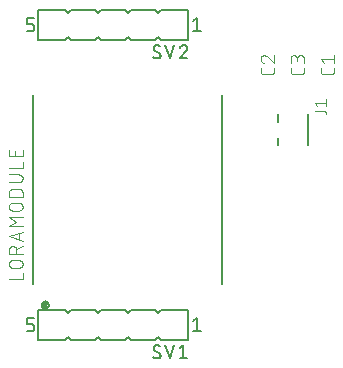
<source format=gbr>
G04 EAGLE Gerber RS-274X export*
G75*
%MOMM*%
%FSLAX34Y34*%
%LPD*%
%INSilkscreen Top*%
%IPPOS*%
%AMOC8*
5,1,8,0,0,1.08239X$1,22.5*%
G01*
%ADD10C,0.127000*%
%ADD11C,0.076200*%
%ADD12C,0.200000*%
%ADD13R,0.392200X0.511500*%
%ADD14C,0.101600*%
%ADD15C,0.152400*%


D10*
X698800Y203500D02*
X698800Y177500D01*
X672800Y197200D02*
X672800Y203500D01*
X672800Y183800D02*
X672800Y177500D01*
D11*
X704210Y206733D02*
X711532Y206733D01*
X711621Y206731D01*
X711709Y206725D01*
X711798Y206716D01*
X711886Y206703D01*
X711973Y206686D01*
X712059Y206665D01*
X712145Y206641D01*
X712229Y206613D01*
X712312Y206582D01*
X712394Y206547D01*
X712474Y206509D01*
X712552Y206467D01*
X712629Y206422D01*
X712703Y206374D01*
X712776Y206323D01*
X712846Y206269D01*
X712914Y206211D01*
X712980Y206151D01*
X713042Y206089D01*
X713102Y206023D01*
X713160Y205955D01*
X713214Y205885D01*
X713265Y205812D01*
X713313Y205738D01*
X713358Y205661D01*
X713400Y205583D01*
X713438Y205503D01*
X713473Y205421D01*
X713504Y205338D01*
X713532Y205254D01*
X713556Y205168D01*
X713577Y205082D01*
X713594Y204995D01*
X713607Y204907D01*
X713616Y204818D01*
X713622Y204730D01*
X713624Y204641D01*
X713624Y203595D01*
X706302Y210931D02*
X704210Y213546D01*
X713624Y213546D01*
X713624Y210931D02*
X713624Y216161D01*
D12*
X466100Y219700D02*
X466100Y59700D01*
X626100Y59700D02*
X626100Y219700D01*
X473185Y42200D02*
X473187Y42308D01*
X473193Y42415D01*
X473203Y42523D01*
X473217Y42629D01*
X473235Y42736D01*
X473256Y42841D01*
X473282Y42946D01*
X473311Y43049D01*
X473345Y43152D01*
X473382Y43253D01*
X473423Y43353D01*
X473467Y43451D01*
X473515Y43547D01*
X473567Y43642D01*
X473622Y43735D01*
X473680Y43825D01*
X473742Y43913D01*
X473807Y43999D01*
X473875Y44083D01*
X473946Y44164D01*
X474020Y44242D01*
X474097Y44318D01*
X474176Y44390D01*
X474259Y44460D01*
X474343Y44526D01*
X474430Y44590D01*
X474520Y44650D01*
X474612Y44706D01*
X474705Y44760D01*
X474801Y44809D01*
X474898Y44856D01*
X474997Y44898D01*
X475097Y44937D01*
X475199Y44972D01*
X475302Y45004D01*
X475406Y45031D01*
X475512Y45055D01*
X475617Y45075D01*
X475724Y45091D01*
X475831Y45103D01*
X475938Y45111D01*
X476046Y45115D01*
X476154Y45115D01*
X476262Y45111D01*
X476369Y45103D01*
X476476Y45091D01*
X476583Y45075D01*
X476688Y45055D01*
X476794Y45031D01*
X476898Y45004D01*
X477001Y44972D01*
X477103Y44937D01*
X477203Y44898D01*
X477302Y44856D01*
X477399Y44809D01*
X477495Y44760D01*
X477588Y44706D01*
X477680Y44650D01*
X477770Y44590D01*
X477857Y44526D01*
X477941Y44460D01*
X478024Y44390D01*
X478103Y44318D01*
X478180Y44242D01*
X478254Y44164D01*
X478325Y44083D01*
X478393Y43999D01*
X478458Y43913D01*
X478520Y43825D01*
X478578Y43735D01*
X478633Y43642D01*
X478685Y43547D01*
X478733Y43451D01*
X478777Y43353D01*
X478818Y43253D01*
X478855Y43152D01*
X478889Y43049D01*
X478918Y42946D01*
X478944Y42841D01*
X478965Y42736D01*
X478983Y42629D01*
X478997Y42523D01*
X479007Y42415D01*
X479013Y42308D01*
X479015Y42200D01*
X479013Y42092D01*
X479007Y41985D01*
X478997Y41877D01*
X478983Y41771D01*
X478965Y41664D01*
X478944Y41559D01*
X478918Y41454D01*
X478889Y41351D01*
X478855Y41248D01*
X478818Y41147D01*
X478777Y41047D01*
X478733Y40949D01*
X478685Y40853D01*
X478633Y40758D01*
X478578Y40665D01*
X478520Y40575D01*
X478458Y40487D01*
X478393Y40401D01*
X478325Y40317D01*
X478254Y40236D01*
X478180Y40158D01*
X478103Y40082D01*
X478024Y40010D01*
X477941Y39940D01*
X477857Y39874D01*
X477770Y39810D01*
X477680Y39750D01*
X477588Y39694D01*
X477495Y39640D01*
X477399Y39591D01*
X477302Y39544D01*
X477203Y39502D01*
X477103Y39463D01*
X477001Y39428D01*
X476898Y39396D01*
X476794Y39369D01*
X476688Y39345D01*
X476583Y39325D01*
X476476Y39309D01*
X476369Y39297D01*
X476262Y39289D01*
X476154Y39285D01*
X476046Y39285D01*
X475938Y39289D01*
X475831Y39297D01*
X475724Y39309D01*
X475617Y39325D01*
X475512Y39345D01*
X475406Y39369D01*
X475302Y39396D01*
X475199Y39428D01*
X475097Y39463D01*
X474997Y39502D01*
X474898Y39544D01*
X474801Y39591D01*
X474705Y39640D01*
X474612Y39694D01*
X474520Y39750D01*
X474430Y39810D01*
X474343Y39874D01*
X474259Y39940D01*
X474176Y40010D01*
X474097Y40082D01*
X474020Y40158D01*
X473946Y40236D01*
X473875Y40317D01*
X473807Y40401D01*
X473742Y40487D01*
X473680Y40575D01*
X473622Y40665D01*
X473567Y40758D01*
X473515Y40853D01*
X473467Y40949D01*
X473423Y41047D01*
X473382Y41147D01*
X473345Y41248D01*
X473311Y41351D01*
X473282Y41454D01*
X473256Y41559D01*
X473235Y41664D01*
X473217Y41771D01*
X473203Y41877D01*
X473193Y41985D01*
X473187Y42092D01*
X473185Y42200D01*
D13*
X476061Y42143D03*
D14*
X456922Y64062D02*
X445214Y64062D01*
X456922Y64062D02*
X456922Y69266D01*
X453670Y73583D02*
X448466Y73583D01*
X448354Y73585D01*
X448242Y73591D01*
X448130Y73600D01*
X448018Y73614D01*
X447907Y73631D01*
X447797Y73653D01*
X447688Y73677D01*
X447579Y73706D01*
X447472Y73739D01*
X447365Y73775D01*
X447261Y73815D01*
X447157Y73858D01*
X447055Y73905D01*
X446955Y73955D01*
X446856Y74009D01*
X446760Y74067D01*
X446665Y74127D01*
X446573Y74191D01*
X446483Y74258D01*
X446395Y74328D01*
X446310Y74401D01*
X446227Y74477D01*
X446147Y74555D01*
X446069Y74637D01*
X445995Y74721D01*
X445923Y74807D01*
X445855Y74896D01*
X445790Y74988D01*
X445727Y75081D01*
X445669Y75177D01*
X445613Y75274D01*
X445561Y75374D01*
X445512Y75475D01*
X445467Y75578D01*
X445425Y75682D01*
X445387Y75787D01*
X445353Y75894D01*
X445322Y76002D01*
X445296Y76111D01*
X445272Y76221D01*
X445253Y76332D01*
X445238Y76443D01*
X445226Y76555D01*
X445218Y76667D01*
X445214Y76779D01*
X445214Y76891D01*
X445218Y77003D01*
X445226Y77115D01*
X445238Y77227D01*
X445253Y77338D01*
X445272Y77449D01*
X445296Y77559D01*
X445322Y77668D01*
X445353Y77776D01*
X445387Y77883D01*
X445425Y77988D01*
X445467Y78092D01*
X445512Y78195D01*
X445561Y78296D01*
X445613Y78396D01*
X445669Y78493D01*
X445727Y78589D01*
X445790Y78682D01*
X445855Y78774D01*
X445923Y78863D01*
X445995Y78949D01*
X446069Y79033D01*
X446147Y79115D01*
X446227Y79193D01*
X446310Y79269D01*
X446395Y79342D01*
X446483Y79412D01*
X446573Y79479D01*
X446665Y79543D01*
X446760Y79603D01*
X446856Y79661D01*
X446955Y79715D01*
X447055Y79765D01*
X447157Y79812D01*
X447261Y79855D01*
X447365Y79895D01*
X447472Y79931D01*
X447579Y79964D01*
X447688Y79993D01*
X447797Y80017D01*
X447907Y80039D01*
X448018Y80056D01*
X448130Y80070D01*
X448242Y80079D01*
X448354Y80085D01*
X448466Y80087D01*
X448466Y80088D02*
X453670Y80088D01*
X453670Y80087D02*
X453782Y80085D01*
X453894Y80079D01*
X454006Y80070D01*
X454118Y80056D01*
X454229Y80039D01*
X454339Y80017D01*
X454448Y79993D01*
X454557Y79964D01*
X454664Y79931D01*
X454771Y79895D01*
X454875Y79855D01*
X454979Y79812D01*
X455081Y79765D01*
X455181Y79715D01*
X455280Y79661D01*
X455376Y79603D01*
X455471Y79543D01*
X455563Y79479D01*
X455653Y79412D01*
X455741Y79342D01*
X455826Y79269D01*
X455909Y79193D01*
X455989Y79115D01*
X456067Y79033D01*
X456141Y78949D01*
X456213Y78863D01*
X456281Y78774D01*
X456346Y78682D01*
X456409Y78589D01*
X456467Y78493D01*
X456523Y78396D01*
X456575Y78296D01*
X456624Y78195D01*
X456669Y78092D01*
X456711Y77988D01*
X456749Y77883D01*
X456783Y77776D01*
X456814Y77668D01*
X456840Y77559D01*
X456864Y77449D01*
X456883Y77338D01*
X456898Y77227D01*
X456910Y77115D01*
X456918Y77003D01*
X456922Y76891D01*
X456922Y76779D01*
X456918Y76667D01*
X456910Y76555D01*
X456898Y76443D01*
X456883Y76332D01*
X456864Y76221D01*
X456840Y76111D01*
X456814Y76002D01*
X456783Y75894D01*
X456749Y75787D01*
X456711Y75682D01*
X456669Y75578D01*
X456624Y75475D01*
X456575Y75374D01*
X456523Y75274D01*
X456467Y75177D01*
X456409Y75081D01*
X456346Y74988D01*
X456281Y74896D01*
X456213Y74807D01*
X456141Y74721D01*
X456067Y74637D01*
X455989Y74555D01*
X455909Y74477D01*
X455826Y74401D01*
X455741Y74328D01*
X455653Y74258D01*
X455563Y74191D01*
X455471Y74127D01*
X455376Y74067D01*
X455280Y74009D01*
X455181Y73955D01*
X455081Y73905D01*
X454979Y73858D01*
X454875Y73815D01*
X454771Y73775D01*
X454664Y73739D01*
X454557Y73706D01*
X454448Y73677D01*
X454339Y73653D01*
X454229Y73631D01*
X454118Y73614D01*
X454006Y73600D01*
X453894Y73591D01*
X453782Y73585D01*
X453670Y73583D01*
X456922Y85490D02*
X445214Y85490D01*
X445214Y88742D01*
X445216Y88854D01*
X445222Y88966D01*
X445231Y89078D01*
X445245Y89190D01*
X445262Y89301D01*
X445284Y89411D01*
X445308Y89520D01*
X445337Y89629D01*
X445370Y89736D01*
X445406Y89843D01*
X445446Y89947D01*
X445489Y90051D01*
X445536Y90153D01*
X445586Y90253D01*
X445640Y90352D01*
X445698Y90448D01*
X445758Y90543D01*
X445822Y90635D01*
X445889Y90725D01*
X445959Y90813D01*
X446032Y90898D01*
X446108Y90981D01*
X446186Y91061D01*
X446268Y91139D01*
X446352Y91213D01*
X446438Y91285D01*
X446527Y91353D01*
X446619Y91418D01*
X446712Y91481D01*
X446808Y91539D01*
X446905Y91595D01*
X447005Y91647D01*
X447106Y91696D01*
X447209Y91741D01*
X447313Y91783D01*
X447418Y91821D01*
X447525Y91855D01*
X447633Y91886D01*
X447742Y91912D01*
X447852Y91936D01*
X447963Y91955D01*
X448074Y91970D01*
X448186Y91982D01*
X448298Y91990D01*
X448410Y91994D01*
X448522Y91994D01*
X448634Y91990D01*
X448746Y91982D01*
X448858Y91970D01*
X448969Y91955D01*
X449080Y91936D01*
X449190Y91912D01*
X449299Y91886D01*
X449407Y91855D01*
X449514Y91821D01*
X449619Y91783D01*
X449723Y91741D01*
X449826Y91696D01*
X449927Y91647D01*
X450027Y91595D01*
X450124Y91539D01*
X450220Y91481D01*
X450313Y91418D01*
X450405Y91353D01*
X450494Y91285D01*
X450580Y91213D01*
X450664Y91139D01*
X450746Y91061D01*
X450824Y90981D01*
X450900Y90898D01*
X450973Y90813D01*
X451043Y90725D01*
X451110Y90635D01*
X451174Y90543D01*
X451234Y90448D01*
X451292Y90352D01*
X451346Y90253D01*
X451396Y90153D01*
X451443Y90051D01*
X451486Y89947D01*
X451526Y89843D01*
X451562Y89736D01*
X451595Y89629D01*
X451624Y89520D01*
X451648Y89411D01*
X451670Y89301D01*
X451687Y89190D01*
X451701Y89078D01*
X451710Y88966D01*
X451716Y88854D01*
X451718Y88742D01*
X451719Y88742D02*
X451719Y85490D01*
X451719Y89393D02*
X456922Y91995D01*
X456922Y96218D02*
X445214Y100121D01*
X456922Y104023D01*
X453995Y103048D02*
X453995Y97194D01*
X456922Y108815D02*
X445214Y108815D01*
X451719Y112718D01*
X445214Y116620D01*
X456922Y116620D01*
X453670Y122062D02*
X448466Y122062D01*
X448466Y122063D02*
X448354Y122065D01*
X448242Y122071D01*
X448130Y122080D01*
X448018Y122094D01*
X447907Y122111D01*
X447797Y122133D01*
X447688Y122157D01*
X447579Y122186D01*
X447472Y122219D01*
X447365Y122255D01*
X447261Y122295D01*
X447157Y122338D01*
X447055Y122385D01*
X446955Y122435D01*
X446856Y122489D01*
X446760Y122547D01*
X446665Y122607D01*
X446573Y122671D01*
X446483Y122738D01*
X446395Y122808D01*
X446310Y122881D01*
X446227Y122957D01*
X446147Y123035D01*
X446069Y123117D01*
X445995Y123201D01*
X445923Y123287D01*
X445855Y123376D01*
X445790Y123468D01*
X445727Y123561D01*
X445669Y123657D01*
X445613Y123754D01*
X445561Y123854D01*
X445512Y123955D01*
X445467Y124058D01*
X445425Y124162D01*
X445387Y124267D01*
X445353Y124374D01*
X445322Y124482D01*
X445296Y124591D01*
X445272Y124701D01*
X445253Y124812D01*
X445238Y124923D01*
X445226Y125035D01*
X445218Y125147D01*
X445214Y125259D01*
X445214Y125371D01*
X445218Y125483D01*
X445226Y125595D01*
X445238Y125707D01*
X445253Y125818D01*
X445272Y125929D01*
X445296Y126039D01*
X445322Y126148D01*
X445353Y126256D01*
X445387Y126363D01*
X445425Y126468D01*
X445467Y126572D01*
X445512Y126675D01*
X445561Y126776D01*
X445613Y126876D01*
X445669Y126973D01*
X445727Y127069D01*
X445790Y127162D01*
X445855Y127254D01*
X445923Y127343D01*
X445995Y127429D01*
X446069Y127513D01*
X446147Y127595D01*
X446227Y127673D01*
X446310Y127749D01*
X446395Y127822D01*
X446483Y127892D01*
X446573Y127959D01*
X446665Y128023D01*
X446760Y128083D01*
X446856Y128141D01*
X446955Y128195D01*
X447055Y128245D01*
X447157Y128292D01*
X447261Y128335D01*
X447365Y128375D01*
X447472Y128411D01*
X447579Y128444D01*
X447688Y128473D01*
X447797Y128497D01*
X447907Y128519D01*
X448018Y128536D01*
X448130Y128550D01*
X448242Y128559D01*
X448354Y128565D01*
X448466Y128567D01*
X453670Y128567D01*
X453782Y128565D01*
X453894Y128559D01*
X454006Y128550D01*
X454118Y128536D01*
X454229Y128519D01*
X454339Y128497D01*
X454448Y128473D01*
X454557Y128444D01*
X454664Y128411D01*
X454771Y128375D01*
X454875Y128335D01*
X454979Y128292D01*
X455081Y128245D01*
X455181Y128195D01*
X455280Y128141D01*
X455376Y128083D01*
X455471Y128023D01*
X455563Y127959D01*
X455653Y127892D01*
X455741Y127822D01*
X455826Y127749D01*
X455909Y127673D01*
X455989Y127595D01*
X456067Y127513D01*
X456141Y127429D01*
X456213Y127343D01*
X456281Y127254D01*
X456346Y127162D01*
X456409Y127069D01*
X456467Y126973D01*
X456523Y126876D01*
X456575Y126776D01*
X456624Y126675D01*
X456669Y126572D01*
X456711Y126468D01*
X456749Y126363D01*
X456783Y126256D01*
X456814Y126148D01*
X456840Y126039D01*
X456864Y125929D01*
X456883Y125818D01*
X456898Y125707D01*
X456910Y125595D01*
X456918Y125483D01*
X456922Y125371D01*
X456922Y125259D01*
X456918Y125147D01*
X456910Y125035D01*
X456898Y124923D01*
X456883Y124812D01*
X456864Y124701D01*
X456840Y124591D01*
X456814Y124482D01*
X456783Y124374D01*
X456749Y124267D01*
X456711Y124162D01*
X456669Y124058D01*
X456624Y123955D01*
X456575Y123854D01*
X456523Y123754D01*
X456467Y123657D01*
X456409Y123561D01*
X456346Y123468D01*
X456281Y123376D01*
X456213Y123287D01*
X456141Y123201D01*
X456067Y123117D01*
X455989Y123035D01*
X455909Y122957D01*
X455826Y122881D01*
X455741Y122808D01*
X455653Y122738D01*
X455563Y122671D01*
X455471Y122607D01*
X455376Y122547D01*
X455280Y122489D01*
X455181Y122435D01*
X455081Y122385D01*
X454979Y122338D01*
X454875Y122295D01*
X454771Y122255D01*
X454664Y122219D01*
X454557Y122186D01*
X454448Y122157D01*
X454339Y122133D01*
X454229Y122111D01*
X454118Y122094D01*
X454006Y122080D01*
X453894Y122071D01*
X453782Y122065D01*
X453670Y122063D01*
X456922Y133896D02*
X445214Y133896D01*
X445214Y137148D01*
X445216Y137259D01*
X445222Y137370D01*
X445231Y137481D01*
X445244Y137591D01*
X445261Y137701D01*
X445282Y137810D01*
X445306Y137918D01*
X445335Y138025D01*
X445366Y138132D01*
X445402Y138237D01*
X445441Y138341D01*
X445483Y138444D01*
X445529Y138545D01*
X445579Y138644D01*
X445631Y138742D01*
X445687Y138838D01*
X445747Y138932D01*
X445809Y139023D01*
X445875Y139113D01*
X445943Y139200D01*
X446015Y139285D01*
X446089Y139368D01*
X446166Y139448D01*
X446246Y139525D01*
X446329Y139599D01*
X446414Y139671D01*
X446501Y139739D01*
X446591Y139805D01*
X446682Y139867D01*
X446776Y139927D01*
X446872Y139983D01*
X446970Y140035D01*
X447069Y140085D01*
X447170Y140131D01*
X447273Y140173D01*
X447377Y140212D01*
X447482Y140248D01*
X447589Y140279D01*
X447696Y140308D01*
X447804Y140332D01*
X447913Y140353D01*
X448023Y140370D01*
X448133Y140383D01*
X448244Y140392D01*
X448355Y140398D01*
X448466Y140400D01*
X448466Y140401D02*
X453670Y140401D01*
X453670Y140400D02*
X453781Y140398D01*
X453892Y140392D01*
X454003Y140383D01*
X454113Y140370D01*
X454223Y140353D01*
X454332Y140332D01*
X454440Y140308D01*
X454547Y140279D01*
X454654Y140248D01*
X454759Y140212D01*
X454863Y140173D01*
X454966Y140131D01*
X455067Y140085D01*
X455166Y140035D01*
X455264Y139983D01*
X455360Y139927D01*
X455454Y139867D01*
X455545Y139805D01*
X455635Y139739D01*
X455722Y139671D01*
X455807Y139599D01*
X455890Y139525D01*
X455970Y139448D01*
X456047Y139368D01*
X456121Y139285D01*
X456193Y139200D01*
X456261Y139113D01*
X456327Y139023D01*
X456389Y138932D01*
X456449Y138838D01*
X456505Y138742D01*
X456557Y138644D01*
X456607Y138545D01*
X456653Y138444D01*
X456695Y138341D01*
X456734Y138237D01*
X456770Y138132D01*
X456801Y138025D01*
X456830Y137918D01*
X456854Y137810D01*
X456875Y137701D01*
X456892Y137591D01*
X456905Y137481D01*
X456914Y137370D01*
X456920Y137259D01*
X456922Y137148D01*
X456922Y133896D01*
X453670Y146111D02*
X445214Y146111D01*
X453670Y146112D02*
X453782Y146114D01*
X453894Y146120D01*
X454006Y146129D01*
X454118Y146143D01*
X454229Y146160D01*
X454339Y146182D01*
X454448Y146206D01*
X454557Y146235D01*
X454664Y146268D01*
X454771Y146304D01*
X454875Y146344D01*
X454979Y146387D01*
X455081Y146434D01*
X455181Y146484D01*
X455280Y146538D01*
X455376Y146596D01*
X455471Y146656D01*
X455563Y146720D01*
X455653Y146787D01*
X455741Y146857D01*
X455826Y146930D01*
X455909Y147006D01*
X455989Y147084D01*
X456067Y147166D01*
X456141Y147250D01*
X456213Y147336D01*
X456281Y147425D01*
X456346Y147517D01*
X456409Y147610D01*
X456467Y147706D01*
X456523Y147803D01*
X456575Y147903D01*
X456624Y148004D01*
X456669Y148107D01*
X456711Y148211D01*
X456749Y148316D01*
X456783Y148423D01*
X456814Y148531D01*
X456840Y148640D01*
X456864Y148750D01*
X456883Y148861D01*
X456898Y148972D01*
X456910Y149084D01*
X456918Y149196D01*
X456922Y149308D01*
X456922Y149420D01*
X456918Y149532D01*
X456910Y149644D01*
X456898Y149756D01*
X456883Y149867D01*
X456864Y149978D01*
X456840Y150088D01*
X456814Y150197D01*
X456783Y150305D01*
X456749Y150412D01*
X456711Y150517D01*
X456669Y150621D01*
X456624Y150724D01*
X456575Y150825D01*
X456523Y150925D01*
X456467Y151022D01*
X456409Y151118D01*
X456346Y151211D01*
X456281Y151303D01*
X456213Y151392D01*
X456141Y151478D01*
X456067Y151562D01*
X455989Y151644D01*
X455909Y151722D01*
X455826Y151798D01*
X455741Y151871D01*
X455653Y151941D01*
X455563Y152008D01*
X455471Y152072D01*
X455376Y152132D01*
X455280Y152190D01*
X455181Y152244D01*
X455081Y152294D01*
X454979Y152341D01*
X454875Y152384D01*
X454771Y152424D01*
X454664Y152460D01*
X454557Y152493D01*
X454448Y152522D01*
X454339Y152546D01*
X454229Y152568D01*
X454118Y152585D01*
X454006Y152599D01*
X453894Y152608D01*
X453782Y152614D01*
X453670Y152616D01*
X445214Y152616D01*
X445214Y158349D02*
X456922Y158349D01*
X456922Y163553D01*
X456922Y168274D02*
X456922Y173478D01*
X456922Y168274D02*
X445214Y168274D01*
X445214Y173478D01*
X450418Y172177D02*
X450418Y168274D01*
D15*
X596900Y38100D02*
X596900Y12700D01*
X596900Y38100D02*
X574040Y38100D01*
X571500Y35560D01*
X568960Y38100D01*
X548640Y38100D01*
X546100Y35560D01*
X543560Y38100D01*
X523240Y38100D01*
X520700Y35560D01*
X518160Y38100D01*
X497840Y38100D01*
X495300Y35560D01*
X492760Y38100D01*
X469900Y38100D01*
X469900Y12700D01*
X492760Y12700D01*
X495300Y15240D01*
X497840Y12700D01*
X518160Y12700D01*
X520700Y15240D01*
X523240Y12700D01*
X543560Y12700D01*
X546100Y15240D01*
X548640Y12700D01*
X568960Y12700D01*
X571500Y15240D01*
X574040Y12700D01*
X596900Y12700D01*
D10*
X601345Y28575D02*
X604520Y31115D01*
X604520Y19685D01*
X601345Y19685D02*
X607695Y19685D01*
X464185Y19685D02*
X460375Y19685D01*
X464185Y19685D02*
X464285Y19687D01*
X464384Y19693D01*
X464484Y19703D01*
X464582Y19716D01*
X464681Y19734D01*
X464778Y19755D01*
X464874Y19780D01*
X464970Y19809D01*
X465064Y19842D01*
X465157Y19878D01*
X465248Y19918D01*
X465338Y19962D01*
X465426Y20009D01*
X465512Y20059D01*
X465596Y20113D01*
X465678Y20170D01*
X465757Y20230D01*
X465835Y20294D01*
X465909Y20360D01*
X465981Y20429D01*
X466050Y20501D01*
X466116Y20575D01*
X466180Y20653D01*
X466240Y20732D01*
X466297Y20814D01*
X466351Y20898D01*
X466401Y20984D01*
X466448Y21072D01*
X466492Y21162D01*
X466532Y21253D01*
X466568Y21346D01*
X466601Y21440D01*
X466630Y21536D01*
X466655Y21632D01*
X466676Y21729D01*
X466694Y21828D01*
X466707Y21926D01*
X466717Y22026D01*
X466723Y22125D01*
X466725Y22225D01*
X466725Y23495D01*
X466723Y23595D01*
X466717Y23694D01*
X466707Y23794D01*
X466694Y23892D01*
X466676Y23991D01*
X466655Y24088D01*
X466630Y24184D01*
X466601Y24280D01*
X466568Y24374D01*
X466532Y24467D01*
X466492Y24558D01*
X466448Y24648D01*
X466401Y24736D01*
X466351Y24822D01*
X466297Y24906D01*
X466240Y24988D01*
X466180Y25067D01*
X466116Y25145D01*
X466050Y25219D01*
X465981Y25291D01*
X465909Y25360D01*
X465835Y25426D01*
X465757Y25490D01*
X465678Y25550D01*
X465596Y25607D01*
X465512Y25661D01*
X465426Y25711D01*
X465338Y25758D01*
X465248Y25802D01*
X465157Y25842D01*
X465064Y25878D01*
X464970Y25911D01*
X464874Y25940D01*
X464778Y25965D01*
X464681Y25986D01*
X464582Y26004D01*
X464484Y26017D01*
X464384Y26027D01*
X464285Y26033D01*
X464185Y26035D01*
X460375Y26035D01*
X460375Y31115D01*
X466725Y31115D01*
X571246Y-3175D02*
X571346Y-3173D01*
X571445Y-3167D01*
X571545Y-3157D01*
X571643Y-3144D01*
X571742Y-3126D01*
X571839Y-3105D01*
X571935Y-3080D01*
X572031Y-3051D01*
X572125Y-3018D01*
X572218Y-2982D01*
X572309Y-2942D01*
X572399Y-2898D01*
X572487Y-2851D01*
X572573Y-2801D01*
X572657Y-2747D01*
X572739Y-2690D01*
X572818Y-2630D01*
X572896Y-2566D01*
X572970Y-2500D01*
X573042Y-2431D01*
X573111Y-2359D01*
X573177Y-2285D01*
X573241Y-2207D01*
X573301Y-2128D01*
X573358Y-2046D01*
X573412Y-1962D01*
X573462Y-1876D01*
X573509Y-1788D01*
X573553Y-1698D01*
X573593Y-1607D01*
X573629Y-1514D01*
X573662Y-1420D01*
X573691Y-1324D01*
X573716Y-1228D01*
X573737Y-1131D01*
X573755Y-1032D01*
X573768Y-934D01*
X573778Y-834D01*
X573784Y-735D01*
X573786Y-635D01*
X571246Y-3175D02*
X571105Y-3173D01*
X570964Y-3168D01*
X570823Y-3158D01*
X570682Y-3145D01*
X570542Y-3129D01*
X570402Y-3108D01*
X570263Y-3084D01*
X570124Y-3056D01*
X569987Y-3025D01*
X569850Y-2990D01*
X569714Y-2952D01*
X569579Y-2910D01*
X569446Y-2864D01*
X569313Y-2815D01*
X569182Y-2762D01*
X569053Y-2706D01*
X568924Y-2647D01*
X568798Y-2584D01*
X568673Y-2518D01*
X568550Y-2449D01*
X568429Y-2376D01*
X568310Y-2300D01*
X568192Y-2221D01*
X568077Y-2140D01*
X567965Y-2055D01*
X567854Y-1967D01*
X567746Y-1876D01*
X567640Y-1783D01*
X567537Y-1686D01*
X567436Y-1587D01*
X567754Y5715D02*
X567756Y5815D01*
X567762Y5914D01*
X567772Y6014D01*
X567785Y6112D01*
X567803Y6211D01*
X567824Y6308D01*
X567849Y6404D01*
X567878Y6500D01*
X567911Y6594D01*
X567947Y6687D01*
X567987Y6778D01*
X568031Y6868D01*
X568078Y6956D01*
X568128Y7042D01*
X568182Y7126D01*
X568239Y7208D01*
X568299Y7287D01*
X568363Y7365D01*
X568429Y7439D01*
X568498Y7511D01*
X568570Y7580D01*
X568644Y7646D01*
X568722Y7710D01*
X568801Y7770D01*
X568883Y7827D01*
X568967Y7881D01*
X569053Y7931D01*
X569141Y7978D01*
X569231Y8022D01*
X569322Y8062D01*
X569415Y8098D01*
X569509Y8131D01*
X569605Y8160D01*
X569701Y8185D01*
X569798Y8206D01*
X569897Y8224D01*
X569995Y8237D01*
X570095Y8247D01*
X570194Y8253D01*
X570294Y8255D01*
X570294Y8256D02*
X570427Y8254D01*
X570560Y8249D01*
X570693Y8239D01*
X570826Y8226D01*
X570958Y8209D01*
X571090Y8189D01*
X571221Y8165D01*
X571351Y8137D01*
X571481Y8106D01*
X571609Y8071D01*
X571737Y8032D01*
X571863Y7990D01*
X571988Y7944D01*
X572112Y7895D01*
X572235Y7843D01*
X572356Y7787D01*
X572475Y7727D01*
X572593Y7665D01*
X572708Y7599D01*
X572822Y7530D01*
X572934Y7457D01*
X573044Y7382D01*
X573152Y7303D01*
X569023Y3492D02*
X568939Y3544D01*
X568856Y3599D01*
X568776Y3658D01*
X568698Y3719D01*
X568623Y3783D01*
X568550Y3851D01*
X568479Y3921D01*
X568412Y3993D01*
X568347Y4068D01*
X568285Y4146D01*
X568226Y4226D01*
X568170Y4308D01*
X568118Y4392D01*
X568069Y4478D01*
X568023Y4566D01*
X567980Y4656D01*
X567941Y4747D01*
X567906Y4840D01*
X567874Y4934D01*
X567846Y5029D01*
X567821Y5125D01*
X567801Y5222D01*
X567783Y5320D01*
X567770Y5418D01*
X567761Y5517D01*
X567755Y5616D01*
X567753Y5715D01*
X572516Y1588D02*
X572600Y1536D01*
X572683Y1481D01*
X572763Y1422D01*
X572841Y1361D01*
X572916Y1297D01*
X572989Y1229D01*
X573060Y1159D01*
X573127Y1087D01*
X573192Y1012D01*
X573254Y934D01*
X573313Y854D01*
X573369Y772D01*
X573421Y688D01*
X573470Y602D01*
X573516Y514D01*
X573559Y424D01*
X573598Y333D01*
X573633Y240D01*
X573665Y146D01*
X573693Y51D01*
X573718Y-45D01*
X573738Y-142D01*
X573756Y-240D01*
X573769Y-338D01*
X573778Y-437D01*
X573784Y-536D01*
X573786Y-635D01*
X572516Y1588D02*
X569024Y3493D01*
X577850Y8255D02*
X581660Y-3175D01*
X585470Y8255D01*
X589915Y5715D02*
X593090Y8255D01*
X593090Y-3175D01*
X589915Y-3175D02*
X596265Y-3175D01*
D15*
X596900Y266700D02*
X596900Y292100D01*
X574040Y292100D01*
X571500Y289560D01*
X568960Y292100D01*
X548640Y292100D01*
X546100Y289560D01*
X543560Y292100D01*
X523240Y292100D01*
X520700Y289560D01*
X518160Y292100D01*
X497840Y292100D01*
X495300Y289560D01*
X492760Y292100D01*
X469900Y292100D01*
X469900Y266700D01*
X492760Y266700D01*
X495300Y269240D01*
X497840Y266700D01*
X518160Y266700D01*
X520700Y269240D01*
X523240Y266700D01*
X543560Y266700D01*
X546100Y269240D01*
X548640Y266700D01*
X568960Y266700D01*
X571500Y269240D01*
X574040Y266700D01*
X596900Y266700D01*
D10*
X601345Y282575D02*
X604520Y285115D01*
X604520Y273685D01*
X601345Y273685D02*
X607695Y273685D01*
X464185Y273685D02*
X460375Y273685D01*
X464185Y273685D02*
X464285Y273687D01*
X464384Y273693D01*
X464484Y273703D01*
X464582Y273716D01*
X464681Y273734D01*
X464778Y273755D01*
X464874Y273780D01*
X464970Y273809D01*
X465064Y273842D01*
X465157Y273878D01*
X465248Y273918D01*
X465338Y273962D01*
X465426Y274009D01*
X465512Y274059D01*
X465596Y274113D01*
X465678Y274170D01*
X465757Y274230D01*
X465835Y274294D01*
X465909Y274360D01*
X465981Y274429D01*
X466050Y274501D01*
X466116Y274575D01*
X466180Y274653D01*
X466240Y274732D01*
X466297Y274814D01*
X466351Y274898D01*
X466401Y274984D01*
X466448Y275072D01*
X466492Y275162D01*
X466532Y275253D01*
X466568Y275346D01*
X466601Y275440D01*
X466630Y275536D01*
X466655Y275632D01*
X466676Y275729D01*
X466694Y275828D01*
X466707Y275926D01*
X466717Y276026D01*
X466723Y276125D01*
X466725Y276225D01*
X466725Y277495D01*
X466723Y277595D01*
X466717Y277694D01*
X466707Y277794D01*
X466694Y277892D01*
X466676Y277991D01*
X466655Y278088D01*
X466630Y278184D01*
X466601Y278280D01*
X466568Y278374D01*
X466532Y278467D01*
X466492Y278558D01*
X466448Y278648D01*
X466401Y278736D01*
X466351Y278822D01*
X466297Y278906D01*
X466240Y278988D01*
X466180Y279067D01*
X466116Y279145D01*
X466050Y279219D01*
X465981Y279291D01*
X465909Y279360D01*
X465835Y279426D01*
X465757Y279490D01*
X465678Y279550D01*
X465596Y279607D01*
X465512Y279661D01*
X465426Y279711D01*
X465338Y279758D01*
X465248Y279802D01*
X465157Y279842D01*
X465064Y279878D01*
X464970Y279911D01*
X464874Y279940D01*
X464778Y279965D01*
X464681Y279986D01*
X464582Y280004D01*
X464484Y280017D01*
X464384Y280027D01*
X464285Y280033D01*
X464185Y280035D01*
X460375Y280035D01*
X460375Y285115D01*
X466725Y285115D01*
X571246Y250825D02*
X571346Y250827D01*
X571445Y250833D01*
X571545Y250843D01*
X571643Y250856D01*
X571742Y250874D01*
X571839Y250895D01*
X571935Y250920D01*
X572031Y250949D01*
X572125Y250982D01*
X572218Y251018D01*
X572309Y251058D01*
X572399Y251102D01*
X572487Y251149D01*
X572573Y251199D01*
X572657Y251253D01*
X572739Y251310D01*
X572818Y251370D01*
X572896Y251434D01*
X572970Y251500D01*
X573042Y251569D01*
X573111Y251641D01*
X573177Y251715D01*
X573241Y251793D01*
X573301Y251872D01*
X573358Y251954D01*
X573412Y252038D01*
X573462Y252124D01*
X573509Y252212D01*
X573553Y252302D01*
X573593Y252393D01*
X573629Y252486D01*
X573662Y252580D01*
X573691Y252676D01*
X573716Y252772D01*
X573737Y252869D01*
X573755Y252968D01*
X573768Y253066D01*
X573778Y253166D01*
X573784Y253265D01*
X573786Y253365D01*
X571246Y250825D02*
X571105Y250827D01*
X570964Y250832D01*
X570823Y250842D01*
X570682Y250855D01*
X570542Y250871D01*
X570402Y250892D01*
X570263Y250916D01*
X570124Y250944D01*
X569987Y250975D01*
X569850Y251010D01*
X569714Y251048D01*
X569579Y251090D01*
X569446Y251136D01*
X569313Y251185D01*
X569182Y251238D01*
X569053Y251294D01*
X568924Y251353D01*
X568798Y251416D01*
X568673Y251482D01*
X568550Y251551D01*
X568429Y251624D01*
X568310Y251700D01*
X568192Y251779D01*
X568077Y251860D01*
X567965Y251945D01*
X567854Y252033D01*
X567746Y252124D01*
X567640Y252217D01*
X567537Y252314D01*
X567436Y252413D01*
X567754Y259715D02*
X567756Y259815D01*
X567762Y259914D01*
X567772Y260014D01*
X567785Y260112D01*
X567803Y260211D01*
X567824Y260308D01*
X567849Y260404D01*
X567878Y260500D01*
X567911Y260594D01*
X567947Y260687D01*
X567987Y260778D01*
X568031Y260868D01*
X568078Y260956D01*
X568128Y261042D01*
X568182Y261126D01*
X568239Y261208D01*
X568299Y261287D01*
X568363Y261365D01*
X568429Y261439D01*
X568498Y261511D01*
X568570Y261580D01*
X568644Y261646D01*
X568722Y261710D01*
X568801Y261770D01*
X568883Y261827D01*
X568967Y261881D01*
X569053Y261931D01*
X569141Y261978D01*
X569231Y262022D01*
X569322Y262062D01*
X569415Y262098D01*
X569509Y262131D01*
X569605Y262160D01*
X569701Y262185D01*
X569798Y262206D01*
X569897Y262224D01*
X569995Y262237D01*
X570095Y262247D01*
X570194Y262253D01*
X570294Y262255D01*
X570294Y262256D02*
X570427Y262254D01*
X570560Y262249D01*
X570693Y262239D01*
X570826Y262226D01*
X570958Y262209D01*
X571090Y262189D01*
X571221Y262165D01*
X571351Y262137D01*
X571481Y262106D01*
X571609Y262071D01*
X571737Y262032D01*
X571863Y261990D01*
X571988Y261944D01*
X572112Y261895D01*
X572235Y261843D01*
X572356Y261787D01*
X572475Y261727D01*
X572593Y261665D01*
X572708Y261599D01*
X572822Y261530D01*
X572934Y261457D01*
X573044Y261382D01*
X573152Y261303D01*
X569023Y257492D02*
X568939Y257544D01*
X568856Y257599D01*
X568776Y257658D01*
X568698Y257719D01*
X568623Y257783D01*
X568550Y257851D01*
X568479Y257921D01*
X568412Y257993D01*
X568347Y258068D01*
X568285Y258146D01*
X568226Y258226D01*
X568170Y258308D01*
X568118Y258392D01*
X568069Y258478D01*
X568023Y258566D01*
X567980Y258656D01*
X567941Y258747D01*
X567906Y258840D01*
X567874Y258934D01*
X567846Y259029D01*
X567821Y259125D01*
X567801Y259222D01*
X567783Y259320D01*
X567770Y259418D01*
X567761Y259517D01*
X567755Y259616D01*
X567753Y259715D01*
X572516Y255588D02*
X572600Y255536D01*
X572683Y255481D01*
X572763Y255422D01*
X572841Y255361D01*
X572916Y255297D01*
X572989Y255229D01*
X573060Y255159D01*
X573127Y255087D01*
X573192Y255012D01*
X573254Y254934D01*
X573313Y254854D01*
X573369Y254772D01*
X573421Y254688D01*
X573470Y254602D01*
X573516Y254514D01*
X573559Y254424D01*
X573598Y254333D01*
X573633Y254240D01*
X573665Y254146D01*
X573693Y254051D01*
X573718Y253955D01*
X573738Y253858D01*
X573756Y253760D01*
X573769Y253662D01*
X573778Y253563D01*
X573784Y253464D01*
X573786Y253365D01*
X572516Y255588D02*
X569024Y257493D01*
X577850Y262255D02*
X581660Y250825D01*
X585470Y262255D01*
X593408Y262256D02*
X593512Y262254D01*
X593617Y262248D01*
X593721Y262239D01*
X593824Y262226D01*
X593927Y262208D01*
X594029Y262188D01*
X594131Y262163D01*
X594231Y262135D01*
X594331Y262103D01*
X594429Y262067D01*
X594526Y262028D01*
X594621Y261986D01*
X594715Y261940D01*
X594807Y261890D01*
X594897Y261838D01*
X594985Y261782D01*
X595071Y261722D01*
X595155Y261660D01*
X595236Y261595D01*
X595315Y261527D01*
X595392Y261455D01*
X595465Y261382D01*
X595537Y261305D01*
X595605Y261226D01*
X595670Y261145D01*
X595732Y261061D01*
X595792Y260975D01*
X595848Y260887D01*
X595900Y260797D01*
X595950Y260705D01*
X595996Y260611D01*
X596038Y260516D01*
X596077Y260419D01*
X596113Y260321D01*
X596145Y260221D01*
X596173Y260121D01*
X596198Y260019D01*
X596218Y259917D01*
X596236Y259814D01*
X596249Y259711D01*
X596258Y259607D01*
X596264Y259502D01*
X596266Y259398D01*
X593408Y262255D02*
X593290Y262253D01*
X593171Y262247D01*
X593053Y262238D01*
X592936Y262225D01*
X592819Y262207D01*
X592702Y262187D01*
X592586Y262162D01*
X592471Y262134D01*
X592358Y262101D01*
X592245Y262066D01*
X592133Y262026D01*
X592023Y261984D01*
X591914Y261937D01*
X591806Y261887D01*
X591701Y261834D01*
X591597Y261777D01*
X591495Y261717D01*
X591395Y261654D01*
X591297Y261587D01*
X591201Y261518D01*
X591108Y261445D01*
X591017Y261369D01*
X590928Y261291D01*
X590842Y261209D01*
X590759Y261125D01*
X590678Y261039D01*
X590601Y260949D01*
X590526Y260858D01*
X590454Y260764D01*
X590385Y260667D01*
X590320Y260569D01*
X590257Y260468D01*
X590198Y260365D01*
X590142Y260261D01*
X590090Y260155D01*
X590041Y260047D01*
X589996Y259938D01*
X589954Y259827D01*
X589916Y259715D01*
X595313Y257176D02*
X595389Y257251D01*
X595464Y257330D01*
X595535Y257411D01*
X595604Y257495D01*
X595669Y257581D01*
X595731Y257669D01*
X595791Y257759D01*
X595847Y257851D01*
X595900Y257946D01*
X595949Y258042D01*
X595995Y258140D01*
X596038Y258239D01*
X596077Y258340D01*
X596112Y258442D01*
X596144Y258545D01*
X596172Y258649D01*
X596197Y258754D01*
X596218Y258861D01*
X596235Y258967D01*
X596248Y259074D01*
X596257Y259182D01*
X596263Y259290D01*
X596265Y259398D01*
X595313Y257175D02*
X589915Y250825D01*
X596265Y250825D01*
D14*
X720852Y242636D02*
X720852Y240039D01*
X720850Y239940D01*
X720844Y239840D01*
X720835Y239741D01*
X720822Y239643D01*
X720805Y239545D01*
X720784Y239447D01*
X720759Y239351D01*
X720731Y239256D01*
X720699Y239162D01*
X720664Y239069D01*
X720625Y238977D01*
X720582Y238887D01*
X720537Y238799D01*
X720487Y238712D01*
X720435Y238628D01*
X720379Y238545D01*
X720321Y238465D01*
X720259Y238387D01*
X720194Y238312D01*
X720126Y238239D01*
X720056Y238169D01*
X719983Y238101D01*
X719908Y238036D01*
X719830Y237974D01*
X719750Y237916D01*
X719667Y237860D01*
X719583Y237808D01*
X719496Y237758D01*
X719408Y237713D01*
X719318Y237670D01*
X719226Y237631D01*
X719133Y237596D01*
X719039Y237564D01*
X718944Y237536D01*
X718848Y237511D01*
X718750Y237490D01*
X718652Y237473D01*
X718554Y237460D01*
X718455Y237451D01*
X718355Y237445D01*
X718256Y237443D01*
X711764Y237443D01*
X711764Y237442D02*
X711665Y237444D01*
X711565Y237450D01*
X711466Y237459D01*
X711368Y237472D01*
X711270Y237490D01*
X711172Y237510D01*
X711076Y237535D01*
X710980Y237563D01*
X710886Y237595D01*
X710793Y237630D01*
X710702Y237669D01*
X710612Y237712D01*
X710523Y237757D01*
X710437Y237807D01*
X710352Y237859D01*
X710270Y237915D01*
X710190Y237974D01*
X710112Y238035D01*
X710036Y238100D01*
X709963Y238168D01*
X709893Y238238D01*
X709825Y238311D01*
X709760Y238387D01*
X709699Y238465D01*
X709640Y238545D01*
X709584Y238627D01*
X709532Y238712D01*
X709483Y238798D01*
X709437Y238887D01*
X709394Y238977D01*
X709355Y239068D01*
X709320Y239161D01*
X709288Y239255D01*
X709260Y239351D01*
X709235Y239447D01*
X709215Y239545D01*
X709197Y239643D01*
X709184Y239741D01*
X709175Y239840D01*
X709169Y239939D01*
X709167Y240039D01*
X709168Y240039D02*
X709168Y242636D01*
X711764Y247001D02*
X709168Y250246D01*
X720852Y250246D01*
X720852Y247001D02*
X720852Y253492D01*
X670052Y242636D02*
X670052Y240039D01*
X670050Y239940D01*
X670044Y239840D01*
X670035Y239741D01*
X670022Y239643D01*
X670005Y239545D01*
X669984Y239447D01*
X669959Y239351D01*
X669931Y239256D01*
X669899Y239162D01*
X669864Y239069D01*
X669825Y238977D01*
X669782Y238887D01*
X669737Y238799D01*
X669687Y238712D01*
X669635Y238628D01*
X669579Y238545D01*
X669521Y238465D01*
X669459Y238387D01*
X669394Y238312D01*
X669326Y238239D01*
X669256Y238169D01*
X669183Y238101D01*
X669108Y238036D01*
X669030Y237974D01*
X668950Y237916D01*
X668867Y237860D01*
X668783Y237808D01*
X668696Y237758D01*
X668608Y237713D01*
X668518Y237670D01*
X668426Y237631D01*
X668333Y237596D01*
X668239Y237564D01*
X668144Y237536D01*
X668048Y237511D01*
X667950Y237490D01*
X667852Y237473D01*
X667754Y237460D01*
X667655Y237451D01*
X667555Y237445D01*
X667456Y237443D01*
X660964Y237443D01*
X660964Y237442D02*
X660865Y237444D01*
X660765Y237450D01*
X660666Y237459D01*
X660568Y237472D01*
X660470Y237490D01*
X660372Y237510D01*
X660276Y237535D01*
X660180Y237563D01*
X660086Y237595D01*
X659993Y237630D01*
X659902Y237669D01*
X659812Y237712D01*
X659723Y237757D01*
X659637Y237807D01*
X659552Y237859D01*
X659470Y237915D01*
X659390Y237974D01*
X659312Y238035D01*
X659236Y238100D01*
X659163Y238168D01*
X659093Y238238D01*
X659025Y238311D01*
X658960Y238387D01*
X658899Y238465D01*
X658840Y238545D01*
X658784Y238627D01*
X658732Y238712D01*
X658683Y238798D01*
X658637Y238887D01*
X658594Y238977D01*
X658555Y239068D01*
X658520Y239161D01*
X658488Y239255D01*
X658460Y239351D01*
X658435Y239447D01*
X658415Y239545D01*
X658397Y239643D01*
X658384Y239741D01*
X658375Y239840D01*
X658369Y239939D01*
X658367Y240039D01*
X658368Y240039D02*
X658368Y242636D01*
X658368Y250571D02*
X658370Y250678D01*
X658376Y250784D01*
X658386Y250890D01*
X658399Y250996D01*
X658417Y251102D01*
X658438Y251206D01*
X658463Y251310D01*
X658492Y251413D01*
X658524Y251514D01*
X658561Y251614D01*
X658601Y251713D01*
X658644Y251811D01*
X658691Y251907D01*
X658742Y252001D01*
X658796Y252093D01*
X658853Y252183D01*
X658913Y252271D01*
X658977Y252356D01*
X659044Y252439D01*
X659114Y252520D01*
X659186Y252598D01*
X659262Y252674D01*
X659340Y252746D01*
X659421Y252816D01*
X659504Y252883D01*
X659589Y252947D01*
X659677Y253007D01*
X659767Y253064D01*
X659859Y253118D01*
X659953Y253169D01*
X660049Y253216D01*
X660147Y253259D01*
X660246Y253299D01*
X660346Y253336D01*
X660447Y253368D01*
X660550Y253397D01*
X660654Y253422D01*
X660758Y253443D01*
X660864Y253461D01*
X660970Y253474D01*
X661076Y253484D01*
X661182Y253490D01*
X661289Y253492D01*
X658368Y250571D02*
X658370Y250450D01*
X658376Y250329D01*
X658386Y250209D01*
X658399Y250088D01*
X658417Y249969D01*
X658438Y249849D01*
X658463Y249731D01*
X658492Y249614D01*
X658525Y249497D01*
X658561Y249382D01*
X658602Y249268D01*
X658645Y249155D01*
X658693Y249043D01*
X658744Y248934D01*
X658799Y248826D01*
X658857Y248719D01*
X658918Y248615D01*
X658983Y248513D01*
X659051Y248413D01*
X659122Y248315D01*
X659196Y248219D01*
X659273Y248126D01*
X659354Y248036D01*
X659437Y247948D01*
X659523Y247863D01*
X659612Y247780D01*
X659703Y247701D01*
X659797Y247624D01*
X659893Y247551D01*
X659991Y247481D01*
X660092Y247414D01*
X660195Y247350D01*
X660300Y247290D01*
X660407Y247232D01*
X660515Y247179D01*
X660625Y247129D01*
X660737Y247083D01*
X660850Y247040D01*
X660965Y247001D01*
X663561Y252518D02*
X663483Y252597D01*
X663403Y252673D01*
X663320Y252746D01*
X663234Y252816D01*
X663147Y252883D01*
X663056Y252947D01*
X662964Y253007D01*
X662870Y253065D01*
X662773Y253119D01*
X662675Y253169D01*
X662575Y253216D01*
X662474Y253260D01*
X662371Y253300D01*
X662266Y253336D01*
X662161Y253368D01*
X662054Y253397D01*
X661947Y253422D01*
X661838Y253444D01*
X661729Y253461D01*
X661620Y253475D01*
X661510Y253484D01*
X661399Y253490D01*
X661289Y253492D01*
X663561Y252518D02*
X670052Y247001D01*
X670052Y253492D01*
X695452Y242636D02*
X695452Y240039D01*
X695450Y239940D01*
X695444Y239840D01*
X695435Y239741D01*
X695422Y239643D01*
X695405Y239545D01*
X695384Y239447D01*
X695359Y239351D01*
X695331Y239256D01*
X695299Y239162D01*
X695264Y239069D01*
X695225Y238977D01*
X695182Y238887D01*
X695137Y238799D01*
X695087Y238712D01*
X695035Y238628D01*
X694979Y238545D01*
X694921Y238465D01*
X694859Y238387D01*
X694794Y238312D01*
X694726Y238239D01*
X694656Y238169D01*
X694583Y238101D01*
X694508Y238036D01*
X694430Y237974D01*
X694350Y237916D01*
X694267Y237860D01*
X694183Y237808D01*
X694096Y237758D01*
X694008Y237713D01*
X693918Y237670D01*
X693826Y237631D01*
X693733Y237596D01*
X693639Y237564D01*
X693544Y237536D01*
X693448Y237511D01*
X693350Y237490D01*
X693252Y237473D01*
X693154Y237460D01*
X693055Y237451D01*
X692955Y237445D01*
X692856Y237443D01*
X686364Y237443D01*
X686364Y237442D02*
X686265Y237444D01*
X686165Y237450D01*
X686066Y237459D01*
X685968Y237472D01*
X685870Y237490D01*
X685772Y237510D01*
X685676Y237535D01*
X685580Y237563D01*
X685486Y237595D01*
X685393Y237630D01*
X685302Y237669D01*
X685212Y237712D01*
X685123Y237757D01*
X685037Y237807D01*
X684952Y237859D01*
X684870Y237915D01*
X684790Y237974D01*
X684712Y238035D01*
X684636Y238100D01*
X684563Y238168D01*
X684493Y238238D01*
X684425Y238311D01*
X684360Y238387D01*
X684299Y238465D01*
X684240Y238545D01*
X684184Y238627D01*
X684132Y238712D01*
X684083Y238798D01*
X684037Y238887D01*
X683994Y238977D01*
X683955Y239068D01*
X683920Y239161D01*
X683888Y239255D01*
X683860Y239351D01*
X683835Y239447D01*
X683815Y239545D01*
X683797Y239643D01*
X683784Y239741D01*
X683775Y239840D01*
X683769Y239939D01*
X683767Y240039D01*
X683768Y240039D02*
X683768Y242636D01*
X695452Y247001D02*
X695452Y250246D01*
X695450Y250359D01*
X695444Y250472D01*
X695434Y250585D01*
X695420Y250698D01*
X695403Y250810D01*
X695381Y250921D01*
X695356Y251031D01*
X695326Y251141D01*
X695293Y251249D01*
X695256Y251356D01*
X695216Y251462D01*
X695171Y251566D01*
X695123Y251669D01*
X695072Y251770D01*
X695017Y251869D01*
X694959Y251966D01*
X694897Y252061D01*
X694832Y252154D01*
X694764Y252244D01*
X694693Y252332D01*
X694618Y252418D01*
X694541Y252501D01*
X694461Y252581D01*
X694378Y252658D01*
X694292Y252733D01*
X694204Y252804D01*
X694114Y252872D01*
X694021Y252937D01*
X693926Y252999D01*
X693829Y253057D01*
X693730Y253112D01*
X693629Y253163D01*
X693526Y253211D01*
X693422Y253256D01*
X693316Y253296D01*
X693209Y253333D01*
X693101Y253366D01*
X692991Y253396D01*
X692881Y253421D01*
X692770Y253443D01*
X692658Y253460D01*
X692545Y253474D01*
X692432Y253484D01*
X692319Y253490D01*
X692206Y253492D01*
X692093Y253490D01*
X691980Y253484D01*
X691867Y253474D01*
X691754Y253460D01*
X691642Y253443D01*
X691531Y253421D01*
X691421Y253396D01*
X691311Y253366D01*
X691203Y253333D01*
X691096Y253296D01*
X690990Y253256D01*
X690886Y253211D01*
X690783Y253163D01*
X690682Y253112D01*
X690583Y253057D01*
X690486Y252999D01*
X690391Y252937D01*
X690298Y252872D01*
X690208Y252804D01*
X690120Y252733D01*
X690034Y252658D01*
X689951Y252581D01*
X689871Y252501D01*
X689794Y252418D01*
X689719Y252332D01*
X689648Y252244D01*
X689580Y252154D01*
X689515Y252061D01*
X689453Y251966D01*
X689395Y251869D01*
X689340Y251770D01*
X689289Y251669D01*
X689241Y251566D01*
X689196Y251462D01*
X689156Y251356D01*
X689119Y251249D01*
X689086Y251141D01*
X689056Y251031D01*
X689031Y250921D01*
X689009Y250810D01*
X688992Y250698D01*
X688978Y250585D01*
X688968Y250472D01*
X688962Y250359D01*
X688960Y250246D01*
X683768Y250896D02*
X683768Y247001D01*
X683768Y250896D02*
X683770Y250997D01*
X683776Y251097D01*
X683786Y251197D01*
X683799Y251297D01*
X683817Y251396D01*
X683838Y251495D01*
X683863Y251592D01*
X683892Y251689D01*
X683925Y251784D01*
X683961Y251878D01*
X684001Y251970D01*
X684044Y252061D01*
X684091Y252150D01*
X684141Y252237D01*
X684195Y252323D01*
X684252Y252406D01*
X684312Y252486D01*
X684375Y252565D01*
X684442Y252641D01*
X684511Y252714D01*
X684583Y252784D01*
X684657Y252852D01*
X684734Y252917D01*
X684814Y252978D01*
X684896Y253037D01*
X684980Y253092D01*
X685066Y253144D01*
X685154Y253193D01*
X685244Y253238D01*
X685336Y253280D01*
X685429Y253318D01*
X685524Y253352D01*
X685619Y253383D01*
X685716Y253410D01*
X685814Y253433D01*
X685913Y253453D01*
X686013Y253468D01*
X686113Y253480D01*
X686213Y253488D01*
X686314Y253492D01*
X686414Y253492D01*
X686515Y253488D01*
X686615Y253480D01*
X686715Y253468D01*
X686815Y253453D01*
X686914Y253433D01*
X687012Y253410D01*
X687109Y253383D01*
X687204Y253352D01*
X687299Y253318D01*
X687392Y253280D01*
X687484Y253238D01*
X687574Y253193D01*
X687662Y253144D01*
X687748Y253092D01*
X687832Y253037D01*
X687914Y252978D01*
X687994Y252917D01*
X688071Y252852D01*
X688145Y252784D01*
X688217Y252714D01*
X688286Y252641D01*
X688353Y252565D01*
X688416Y252486D01*
X688476Y252406D01*
X688533Y252323D01*
X688587Y252237D01*
X688637Y252150D01*
X688684Y252061D01*
X688727Y251970D01*
X688767Y251878D01*
X688803Y251784D01*
X688836Y251689D01*
X688865Y251592D01*
X688890Y251495D01*
X688911Y251396D01*
X688929Y251297D01*
X688942Y251197D01*
X688952Y251097D01*
X688958Y250997D01*
X688960Y250896D01*
X688961Y250896D02*
X688961Y248299D01*
M02*

</source>
